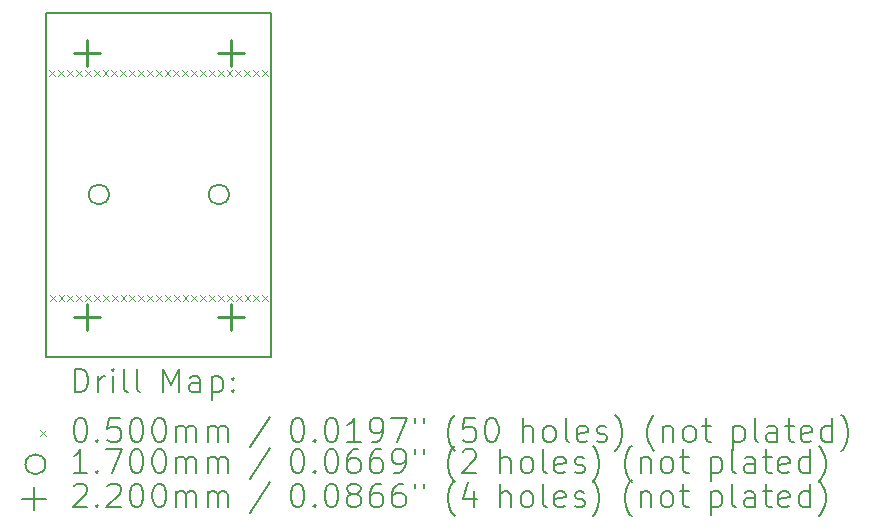
<source format=gbr>
%TF.GenerationSoftware,KiCad,Pcbnew,(7.0.0)*%
%TF.CreationDate,2023-03-27T06:13:09-05:00*%
%TF.ProjectId,he-sensor-breakout,68652d73-656e-4736-9f72-2d627265616b,rev?*%
%TF.SameCoordinates,Original*%
%TF.FileFunction,Drillmap*%
%TF.FilePolarity,Positive*%
%FSLAX45Y45*%
G04 Gerber Fmt 4.5, Leading zero omitted, Abs format (unit mm)*
G04 Created by KiCad (PCBNEW (7.0.0)) date 2023-03-27 06:13:09*
%MOMM*%
%LPD*%
G01*
G04 APERTURE LIST*
%ADD10C,0.150000*%
%ADD11C,0.200000*%
%ADD12C,0.050000*%
%ADD13C,0.170000*%
%ADD14C,0.220000*%
G04 APERTURE END LIST*
D10*
X9047500Y-8547500D02*
X10952500Y-8547500D01*
X10952500Y-8547500D02*
X10952500Y-11452500D01*
X10952500Y-11452500D02*
X9047500Y-11452500D01*
X9047500Y-11452500D02*
X9047500Y-8547500D01*
D11*
D12*
X9072460Y-9022500D02*
X9122460Y-9072500D01*
X9122460Y-9022500D02*
X9072460Y-9072500D01*
X9075000Y-10927500D02*
X9125000Y-10977500D01*
X9125000Y-10927500D02*
X9075000Y-10977500D01*
X9147460Y-9022500D02*
X9197460Y-9072500D01*
X9197460Y-9022500D02*
X9147460Y-9072500D01*
X9150000Y-10927500D02*
X9200000Y-10977500D01*
X9200000Y-10927500D02*
X9150000Y-10977500D01*
X9222460Y-9022500D02*
X9272460Y-9072500D01*
X9272460Y-9022500D02*
X9222460Y-9072500D01*
X9225000Y-10927500D02*
X9275000Y-10977500D01*
X9275000Y-10927500D02*
X9225000Y-10977500D01*
X9297460Y-9022500D02*
X9347460Y-9072500D01*
X9347460Y-9022500D02*
X9297460Y-9072500D01*
X9300000Y-10927500D02*
X9350000Y-10977500D01*
X9350000Y-10927500D02*
X9300000Y-10977500D01*
X9372460Y-9022500D02*
X9422460Y-9072500D01*
X9422460Y-9022500D02*
X9372460Y-9072500D01*
X9375000Y-10927500D02*
X9425000Y-10977500D01*
X9425000Y-10927500D02*
X9375000Y-10977500D01*
X9447460Y-9022500D02*
X9497460Y-9072500D01*
X9497460Y-9022500D02*
X9447460Y-9072500D01*
X9450000Y-10927500D02*
X9500000Y-10977500D01*
X9500000Y-10927500D02*
X9450000Y-10977500D01*
X9522460Y-9022500D02*
X9572460Y-9072500D01*
X9572460Y-9022500D02*
X9522460Y-9072500D01*
X9525000Y-10927500D02*
X9575000Y-10977500D01*
X9575000Y-10927500D02*
X9525000Y-10977500D01*
X9597460Y-9022500D02*
X9647460Y-9072500D01*
X9647460Y-9022500D02*
X9597460Y-9072500D01*
X9600000Y-10927500D02*
X9650000Y-10977500D01*
X9650000Y-10927500D02*
X9600000Y-10977500D01*
X9672460Y-9022500D02*
X9722460Y-9072500D01*
X9722460Y-9022500D02*
X9672460Y-9072500D01*
X9675000Y-10927500D02*
X9725000Y-10977500D01*
X9725000Y-10927500D02*
X9675000Y-10977500D01*
X9747460Y-9022500D02*
X9797460Y-9072500D01*
X9797460Y-9022500D02*
X9747460Y-9072500D01*
X9750000Y-10927500D02*
X9800000Y-10977500D01*
X9800000Y-10927500D02*
X9750000Y-10977500D01*
X9822460Y-9022500D02*
X9872460Y-9072500D01*
X9872460Y-9022500D02*
X9822460Y-9072500D01*
X9825000Y-10927500D02*
X9875000Y-10977500D01*
X9875000Y-10927500D02*
X9825000Y-10977500D01*
X9897460Y-9022500D02*
X9947460Y-9072500D01*
X9947460Y-9022500D02*
X9897460Y-9072500D01*
X9900000Y-10927500D02*
X9950000Y-10977500D01*
X9950000Y-10927500D02*
X9900000Y-10977500D01*
X9972460Y-9022500D02*
X10022460Y-9072500D01*
X10022460Y-9022500D02*
X9972460Y-9072500D01*
X9975000Y-10927500D02*
X10025000Y-10977500D01*
X10025000Y-10927500D02*
X9975000Y-10977500D01*
X10047460Y-9022500D02*
X10097460Y-9072500D01*
X10097460Y-9022500D02*
X10047460Y-9072500D01*
X10050000Y-10927500D02*
X10100000Y-10977500D01*
X10100000Y-10927500D02*
X10050000Y-10977500D01*
X10122460Y-9022500D02*
X10172460Y-9072500D01*
X10172460Y-9022500D02*
X10122460Y-9072500D01*
X10125000Y-10927500D02*
X10175000Y-10977500D01*
X10175000Y-10927500D02*
X10125000Y-10977500D01*
X10197460Y-9022500D02*
X10247460Y-9072500D01*
X10247460Y-9022500D02*
X10197460Y-9072500D01*
X10200000Y-10927500D02*
X10250000Y-10977500D01*
X10250000Y-10927500D02*
X10200000Y-10977500D01*
X10272460Y-9022500D02*
X10322460Y-9072500D01*
X10322460Y-9022500D02*
X10272460Y-9072500D01*
X10275000Y-10927500D02*
X10325000Y-10977500D01*
X10325000Y-10927500D02*
X10275000Y-10977500D01*
X10347460Y-9022500D02*
X10397460Y-9072500D01*
X10397460Y-9022500D02*
X10347460Y-9072500D01*
X10350000Y-10927500D02*
X10400000Y-10977500D01*
X10400000Y-10927500D02*
X10350000Y-10977500D01*
X10422460Y-9022500D02*
X10472460Y-9072500D01*
X10472460Y-9022500D02*
X10422460Y-9072500D01*
X10425000Y-10927500D02*
X10475000Y-10977500D01*
X10475000Y-10927500D02*
X10425000Y-10977500D01*
X10497460Y-9022500D02*
X10547460Y-9072500D01*
X10547460Y-9022500D02*
X10497460Y-9072500D01*
X10500000Y-10927500D02*
X10550000Y-10977500D01*
X10550000Y-10927500D02*
X10500000Y-10977500D01*
X10572460Y-9022500D02*
X10622460Y-9072500D01*
X10622460Y-9022500D02*
X10572460Y-9072500D01*
X10575000Y-10927500D02*
X10625000Y-10977500D01*
X10625000Y-10927500D02*
X10575000Y-10977500D01*
X10647460Y-9022500D02*
X10697460Y-9072500D01*
X10697460Y-9022500D02*
X10647460Y-9072500D01*
X10650000Y-10927500D02*
X10700000Y-10977500D01*
X10700000Y-10927500D02*
X10650000Y-10977500D01*
X10722460Y-9022500D02*
X10772460Y-9072500D01*
X10772460Y-9022500D02*
X10722460Y-9072500D01*
X10725000Y-10927500D02*
X10775000Y-10977500D01*
X10775000Y-10927500D02*
X10725000Y-10977500D01*
X10797460Y-9022500D02*
X10847460Y-9072500D01*
X10847460Y-9022500D02*
X10797460Y-9072500D01*
X10800000Y-10927500D02*
X10850000Y-10977500D01*
X10850000Y-10927500D02*
X10800000Y-10977500D01*
X10872460Y-9022500D02*
X10922460Y-9072500D01*
X10922460Y-9022500D02*
X10872460Y-9072500D01*
X10875000Y-10927500D02*
X10925000Y-10977500D01*
X10925000Y-10927500D02*
X10875000Y-10977500D01*
D13*
X9577000Y-10079375D02*
G75*
G03*
X9577000Y-10079375I-85000J0D01*
G01*
X10593000Y-10079375D02*
G75*
G03*
X10593000Y-10079375I-85000J0D01*
G01*
D14*
X9390400Y-8772400D02*
X9390400Y-8992400D01*
X9280400Y-8882400D02*
X9500400Y-8882400D01*
X9390400Y-11007600D02*
X9390400Y-11227600D01*
X9280400Y-11117600D02*
X9500400Y-11117600D01*
X10609600Y-8772400D02*
X10609600Y-8992400D01*
X10499600Y-8882400D02*
X10719600Y-8882400D01*
X10609600Y-11007600D02*
X10609600Y-11227600D01*
X10499600Y-11117600D02*
X10719600Y-11117600D01*
D11*
X9287619Y-11753476D02*
X9287619Y-11553476D01*
X9287619Y-11553476D02*
X9335238Y-11553476D01*
X9335238Y-11553476D02*
X9363810Y-11563000D01*
X9363810Y-11563000D02*
X9382857Y-11582048D01*
X9382857Y-11582048D02*
X9392381Y-11601095D01*
X9392381Y-11601095D02*
X9401905Y-11639190D01*
X9401905Y-11639190D02*
X9401905Y-11667762D01*
X9401905Y-11667762D02*
X9392381Y-11705857D01*
X9392381Y-11705857D02*
X9382857Y-11724905D01*
X9382857Y-11724905D02*
X9363810Y-11743952D01*
X9363810Y-11743952D02*
X9335238Y-11753476D01*
X9335238Y-11753476D02*
X9287619Y-11753476D01*
X9487619Y-11753476D02*
X9487619Y-11620143D01*
X9487619Y-11658238D02*
X9497143Y-11639190D01*
X9497143Y-11639190D02*
X9506667Y-11629667D01*
X9506667Y-11629667D02*
X9525714Y-11620143D01*
X9525714Y-11620143D02*
X9544762Y-11620143D01*
X9611429Y-11753476D02*
X9611429Y-11620143D01*
X9611429Y-11553476D02*
X9601905Y-11563000D01*
X9601905Y-11563000D02*
X9611429Y-11572524D01*
X9611429Y-11572524D02*
X9620952Y-11563000D01*
X9620952Y-11563000D02*
X9611429Y-11553476D01*
X9611429Y-11553476D02*
X9611429Y-11572524D01*
X9735238Y-11753476D02*
X9716190Y-11743952D01*
X9716190Y-11743952D02*
X9706667Y-11724905D01*
X9706667Y-11724905D02*
X9706667Y-11553476D01*
X9840000Y-11753476D02*
X9820952Y-11743952D01*
X9820952Y-11743952D02*
X9811429Y-11724905D01*
X9811429Y-11724905D02*
X9811429Y-11553476D01*
X10036190Y-11753476D02*
X10036190Y-11553476D01*
X10036190Y-11553476D02*
X10102857Y-11696333D01*
X10102857Y-11696333D02*
X10169524Y-11553476D01*
X10169524Y-11553476D02*
X10169524Y-11753476D01*
X10350476Y-11753476D02*
X10350476Y-11648714D01*
X10350476Y-11648714D02*
X10340952Y-11629667D01*
X10340952Y-11629667D02*
X10321905Y-11620143D01*
X10321905Y-11620143D02*
X10283809Y-11620143D01*
X10283809Y-11620143D02*
X10264762Y-11629667D01*
X10350476Y-11743952D02*
X10331429Y-11753476D01*
X10331429Y-11753476D02*
X10283809Y-11753476D01*
X10283809Y-11753476D02*
X10264762Y-11743952D01*
X10264762Y-11743952D02*
X10255238Y-11724905D01*
X10255238Y-11724905D02*
X10255238Y-11705857D01*
X10255238Y-11705857D02*
X10264762Y-11686809D01*
X10264762Y-11686809D02*
X10283809Y-11677286D01*
X10283809Y-11677286D02*
X10331429Y-11677286D01*
X10331429Y-11677286D02*
X10350476Y-11667762D01*
X10445714Y-11620143D02*
X10445714Y-11820143D01*
X10445714Y-11629667D02*
X10464762Y-11620143D01*
X10464762Y-11620143D02*
X10502857Y-11620143D01*
X10502857Y-11620143D02*
X10521905Y-11629667D01*
X10521905Y-11629667D02*
X10531429Y-11639190D01*
X10531429Y-11639190D02*
X10540952Y-11658238D01*
X10540952Y-11658238D02*
X10540952Y-11715381D01*
X10540952Y-11715381D02*
X10531429Y-11734428D01*
X10531429Y-11734428D02*
X10521905Y-11743952D01*
X10521905Y-11743952D02*
X10502857Y-11753476D01*
X10502857Y-11753476D02*
X10464762Y-11753476D01*
X10464762Y-11753476D02*
X10445714Y-11743952D01*
X10626667Y-11734428D02*
X10636190Y-11743952D01*
X10636190Y-11743952D02*
X10626667Y-11753476D01*
X10626667Y-11753476D02*
X10617143Y-11743952D01*
X10617143Y-11743952D02*
X10626667Y-11734428D01*
X10626667Y-11734428D02*
X10626667Y-11753476D01*
X10626667Y-11629667D02*
X10636190Y-11639190D01*
X10636190Y-11639190D02*
X10626667Y-11648714D01*
X10626667Y-11648714D02*
X10617143Y-11639190D01*
X10617143Y-11639190D02*
X10626667Y-11629667D01*
X10626667Y-11629667D02*
X10626667Y-11648714D01*
D12*
X8990000Y-12075000D02*
X9040000Y-12125000D01*
X9040000Y-12075000D02*
X8990000Y-12125000D01*
D11*
X9325714Y-11973476D02*
X9344762Y-11973476D01*
X9344762Y-11973476D02*
X9363810Y-11983000D01*
X9363810Y-11983000D02*
X9373333Y-11992524D01*
X9373333Y-11992524D02*
X9382857Y-12011571D01*
X9382857Y-12011571D02*
X9392381Y-12049667D01*
X9392381Y-12049667D02*
X9392381Y-12097286D01*
X9392381Y-12097286D02*
X9382857Y-12135381D01*
X9382857Y-12135381D02*
X9373333Y-12154428D01*
X9373333Y-12154428D02*
X9363810Y-12163952D01*
X9363810Y-12163952D02*
X9344762Y-12173476D01*
X9344762Y-12173476D02*
X9325714Y-12173476D01*
X9325714Y-12173476D02*
X9306667Y-12163952D01*
X9306667Y-12163952D02*
X9297143Y-12154428D01*
X9297143Y-12154428D02*
X9287619Y-12135381D01*
X9287619Y-12135381D02*
X9278095Y-12097286D01*
X9278095Y-12097286D02*
X9278095Y-12049667D01*
X9278095Y-12049667D02*
X9287619Y-12011571D01*
X9287619Y-12011571D02*
X9297143Y-11992524D01*
X9297143Y-11992524D02*
X9306667Y-11983000D01*
X9306667Y-11983000D02*
X9325714Y-11973476D01*
X9478095Y-12154428D02*
X9487619Y-12163952D01*
X9487619Y-12163952D02*
X9478095Y-12173476D01*
X9478095Y-12173476D02*
X9468571Y-12163952D01*
X9468571Y-12163952D02*
X9478095Y-12154428D01*
X9478095Y-12154428D02*
X9478095Y-12173476D01*
X9668571Y-11973476D02*
X9573333Y-11973476D01*
X9573333Y-11973476D02*
X9563810Y-12068714D01*
X9563810Y-12068714D02*
X9573333Y-12059190D01*
X9573333Y-12059190D02*
X9592381Y-12049667D01*
X9592381Y-12049667D02*
X9640000Y-12049667D01*
X9640000Y-12049667D02*
X9659048Y-12059190D01*
X9659048Y-12059190D02*
X9668571Y-12068714D01*
X9668571Y-12068714D02*
X9678095Y-12087762D01*
X9678095Y-12087762D02*
X9678095Y-12135381D01*
X9678095Y-12135381D02*
X9668571Y-12154428D01*
X9668571Y-12154428D02*
X9659048Y-12163952D01*
X9659048Y-12163952D02*
X9640000Y-12173476D01*
X9640000Y-12173476D02*
X9592381Y-12173476D01*
X9592381Y-12173476D02*
X9573333Y-12163952D01*
X9573333Y-12163952D02*
X9563810Y-12154428D01*
X9801905Y-11973476D02*
X9820952Y-11973476D01*
X9820952Y-11973476D02*
X9840000Y-11983000D01*
X9840000Y-11983000D02*
X9849524Y-11992524D01*
X9849524Y-11992524D02*
X9859048Y-12011571D01*
X9859048Y-12011571D02*
X9868571Y-12049667D01*
X9868571Y-12049667D02*
X9868571Y-12097286D01*
X9868571Y-12097286D02*
X9859048Y-12135381D01*
X9859048Y-12135381D02*
X9849524Y-12154428D01*
X9849524Y-12154428D02*
X9840000Y-12163952D01*
X9840000Y-12163952D02*
X9820952Y-12173476D01*
X9820952Y-12173476D02*
X9801905Y-12173476D01*
X9801905Y-12173476D02*
X9782857Y-12163952D01*
X9782857Y-12163952D02*
X9773333Y-12154428D01*
X9773333Y-12154428D02*
X9763810Y-12135381D01*
X9763810Y-12135381D02*
X9754286Y-12097286D01*
X9754286Y-12097286D02*
X9754286Y-12049667D01*
X9754286Y-12049667D02*
X9763810Y-12011571D01*
X9763810Y-12011571D02*
X9773333Y-11992524D01*
X9773333Y-11992524D02*
X9782857Y-11983000D01*
X9782857Y-11983000D02*
X9801905Y-11973476D01*
X9992381Y-11973476D02*
X10011429Y-11973476D01*
X10011429Y-11973476D02*
X10030476Y-11983000D01*
X10030476Y-11983000D02*
X10040000Y-11992524D01*
X10040000Y-11992524D02*
X10049524Y-12011571D01*
X10049524Y-12011571D02*
X10059048Y-12049667D01*
X10059048Y-12049667D02*
X10059048Y-12097286D01*
X10059048Y-12097286D02*
X10049524Y-12135381D01*
X10049524Y-12135381D02*
X10040000Y-12154428D01*
X10040000Y-12154428D02*
X10030476Y-12163952D01*
X10030476Y-12163952D02*
X10011429Y-12173476D01*
X10011429Y-12173476D02*
X9992381Y-12173476D01*
X9992381Y-12173476D02*
X9973333Y-12163952D01*
X9973333Y-12163952D02*
X9963810Y-12154428D01*
X9963810Y-12154428D02*
X9954286Y-12135381D01*
X9954286Y-12135381D02*
X9944762Y-12097286D01*
X9944762Y-12097286D02*
X9944762Y-12049667D01*
X9944762Y-12049667D02*
X9954286Y-12011571D01*
X9954286Y-12011571D02*
X9963810Y-11992524D01*
X9963810Y-11992524D02*
X9973333Y-11983000D01*
X9973333Y-11983000D02*
X9992381Y-11973476D01*
X10144762Y-12173476D02*
X10144762Y-12040143D01*
X10144762Y-12059190D02*
X10154286Y-12049667D01*
X10154286Y-12049667D02*
X10173333Y-12040143D01*
X10173333Y-12040143D02*
X10201905Y-12040143D01*
X10201905Y-12040143D02*
X10220952Y-12049667D01*
X10220952Y-12049667D02*
X10230476Y-12068714D01*
X10230476Y-12068714D02*
X10230476Y-12173476D01*
X10230476Y-12068714D02*
X10240000Y-12049667D01*
X10240000Y-12049667D02*
X10259048Y-12040143D01*
X10259048Y-12040143D02*
X10287619Y-12040143D01*
X10287619Y-12040143D02*
X10306667Y-12049667D01*
X10306667Y-12049667D02*
X10316191Y-12068714D01*
X10316191Y-12068714D02*
X10316191Y-12173476D01*
X10411429Y-12173476D02*
X10411429Y-12040143D01*
X10411429Y-12059190D02*
X10420952Y-12049667D01*
X10420952Y-12049667D02*
X10440000Y-12040143D01*
X10440000Y-12040143D02*
X10468572Y-12040143D01*
X10468572Y-12040143D02*
X10487619Y-12049667D01*
X10487619Y-12049667D02*
X10497143Y-12068714D01*
X10497143Y-12068714D02*
X10497143Y-12173476D01*
X10497143Y-12068714D02*
X10506667Y-12049667D01*
X10506667Y-12049667D02*
X10525714Y-12040143D01*
X10525714Y-12040143D02*
X10554286Y-12040143D01*
X10554286Y-12040143D02*
X10573333Y-12049667D01*
X10573333Y-12049667D02*
X10582857Y-12068714D01*
X10582857Y-12068714D02*
X10582857Y-12173476D01*
X10940952Y-11963952D02*
X10769524Y-12221095D01*
X11165714Y-11973476D02*
X11184762Y-11973476D01*
X11184762Y-11973476D02*
X11203810Y-11983000D01*
X11203810Y-11983000D02*
X11213333Y-11992524D01*
X11213333Y-11992524D02*
X11222857Y-12011571D01*
X11222857Y-12011571D02*
X11232381Y-12049667D01*
X11232381Y-12049667D02*
X11232381Y-12097286D01*
X11232381Y-12097286D02*
X11222857Y-12135381D01*
X11222857Y-12135381D02*
X11213333Y-12154428D01*
X11213333Y-12154428D02*
X11203810Y-12163952D01*
X11203810Y-12163952D02*
X11184762Y-12173476D01*
X11184762Y-12173476D02*
X11165714Y-12173476D01*
X11165714Y-12173476D02*
X11146667Y-12163952D01*
X11146667Y-12163952D02*
X11137143Y-12154428D01*
X11137143Y-12154428D02*
X11127619Y-12135381D01*
X11127619Y-12135381D02*
X11118095Y-12097286D01*
X11118095Y-12097286D02*
X11118095Y-12049667D01*
X11118095Y-12049667D02*
X11127619Y-12011571D01*
X11127619Y-12011571D02*
X11137143Y-11992524D01*
X11137143Y-11992524D02*
X11146667Y-11983000D01*
X11146667Y-11983000D02*
X11165714Y-11973476D01*
X11318095Y-12154428D02*
X11327619Y-12163952D01*
X11327619Y-12163952D02*
X11318095Y-12173476D01*
X11318095Y-12173476D02*
X11308571Y-12163952D01*
X11308571Y-12163952D02*
X11318095Y-12154428D01*
X11318095Y-12154428D02*
X11318095Y-12173476D01*
X11451429Y-11973476D02*
X11470476Y-11973476D01*
X11470476Y-11973476D02*
X11489524Y-11983000D01*
X11489524Y-11983000D02*
X11499048Y-11992524D01*
X11499048Y-11992524D02*
X11508571Y-12011571D01*
X11508571Y-12011571D02*
X11518095Y-12049667D01*
X11518095Y-12049667D02*
X11518095Y-12097286D01*
X11518095Y-12097286D02*
X11508571Y-12135381D01*
X11508571Y-12135381D02*
X11499048Y-12154428D01*
X11499048Y-12154428D02*
X11489524Y-12163952D01*
X11489524Y-12163952D02*
X11470476Y-12173476D01*
X11470476Y-12173476D02*
X11451429Y-12173476D01*
X11451429Y-12173476D02*
X11432381Y-12163952D01*
X11432381Y-12163952D02*
X11422857Y-12154428D01*
X11422857Y-12154428D02*
X11413333Y-12135381D01*
X11413333Y-12135381D02*
X11403810Y-12097286D01*
X11403810Y-12097286D02*
X11403810Y-12049667D01*
X11403810Y-12049667D02*
X11413333Y-12011571D01*
X11413333Y-12011571D02*
X11422857Y-11992524D01*
X11422857Y-11992524D02*
X11432381Y-11983000D01*
X11432381Y-11983000D02*
X11451429Y-11973476D01*
X11708571Y-12173476D02*
X11594286Y-12173476D01*
X11651429Y-12173476D02*
X11651429Y-11973476D01*
X11651429Y-11973476D02*
X11632381Y-12002048D01*
X11632381Y-12002048D02*
X11613333Y-12021095D01*
X11613333Y-12021095D02*
X11594286Y-12030619D01*
X11803810Y-12173476D02*
X11841905Y-12173476D01*
X11841905Y-12173476D02*
X11860952Y-12163952D01*
X11860952Y-12163952D02*
X11870476Y-12154428D01*
X11870476Y-12154428D02*
X11889524Y-12125857D01*
X11889524Y-12125857D02*
X11899048Y-12087762D01*
X11899048Y-12087762D02*
X11899048Y-12011571D01*
X11899048Y-12011571D02*
X11889524Y-11992524D01*
X11889524Y-11992524D02*
X11880000Y-11983000D01*
X11880000Y-11983000D02*
X11860952Y-11973476D01*
X11860952Y-11973476D02*
X11822857Y-11973476D01*
X11822857Y-11973476D02*
X11803810Y-11983000D01*
X11803810Y-11983000D02*
X11794286Y-11992524D01*
X11794286Y-11992524D02*
X11784762Y-12011571D01*
X11784762Y-12011571D02*
X11784762Y-12059190D01*
X11784762Y-12059190D02*
X11794286Y-12078238D01*
X11794286Y-12078238D02*
X11803810Y-12087762D01*
X11803810Y-12087762D02*
X11822857Y-12097286D01*
X11822857Y-12097286D02*
X11860952Y-12097286D01*
X11860952Y-12097286D02*
X11880000Y-12087762D01*
X11880000Y-12087762D02*
X11889524Y-12078238D01*
X11889524Y-12078238D02*
X11899048Y-12059190D01*
X11965714Y-11973476D02*
X12099048Y-11973476D01*
X12099048Y-11973476D02*
X12013333Y-12173476D01*
X12165714Y-11973476D02*
X12165714Y-12011571D01*
X12241905Y-11973476D02*
X12241905Y-12011571D01*
X12504762Y-12249667D02*
X12495238Y-12240143D01*
X12495238Y-12240143D02*
X12476191Y-12211571D01*
X12476191Y-12211571D02*
X12466667Y-12192524D01*
X12466667Y-12192524D02*
X12457143Y-12163952D01*
X12457143Y-12163952D02*
X12447619Y-12116333D01*
X12447619Y-12116333D02*
X12447619Y-12078238D01*
X12447619Y-12078238D02*
X12457143Y-12030619D01*
X12457143Y-12030619D02*
X12466667Y-12002048D01*
X12466667Y-12002048D02*
X12476191Y-11983000D01*
X12476191Y-11983000D02*
X12495238Y-11954428D01*
X12495238Y-11954428D02*
X12504762Y-11944905D01*
X12676191Y-11973476D02*
X12580952Y-11973476D01*
X12580952Y-11973476D02*
X12571429Y-12068714D01*
X12571429Y-12068714D02*
X12580952Y-12059190D01*
X12580952Y-12059190D02*
X12600000Y-12049667D01*
X12600000Y-12049667D02*
X12647619Y-12049667D01*
X12647619Y-12049667D02*
X12666667Y-12059190D01*
X12666667Y-12059190D02*
X12676191Y-12068714D01*
X12676191Y-12068714D02*
X12685714Y-12087762D01*
X12685714Y-12087762D02*
X12685714Y-12135381D01*
X12685714Y-12135381D02*
X12676191Y-12154428D01*
X12676191Y-12154428D02*
X12666667Y-12163952D01*
X12666667Y-12163952D02*
X12647619Y-12173476D01*
X12647619Y-12173476D02*
X12600000Y-12173476D01*
X12600000Y-12173476D02*
X12580952Y-12163952D01*
X12580952Y-12163952D02*
X12571429Y-12154428D01*
X12809524Y-11973476D02*
X12828572Y-11973476D01*
X12828572Y-11973476D02*
X12847619Y-11983000D01*
X12847619Y-11983000D02*
X12857143Y-11992524D01*
X12857143Y-11992524D02*
X12866667Y-12011571D01*
X12866667Y-12011571D02*
X12876191Y-12049667D01*
X12876191Y-12049667D02*
X12876191Y-12097286D01*
X12876191Y-12097286D02*
X12866667Y-12135381D01*
X12866667Y-12135381D02*
X12857143Y-12154428D01*
X12857143Y-12154428D02*
X12847619Y-12163952D01*
X12847619Y-12163952D02*
X12828572Y-12173476D01*
X12828572Y-12173476D02*
X12809524Y-12173476D01*
X12809524Y-12173476D02*
X12790476Y-12163952D01*
X12790476Y-12163952D02*
X12780952Y-12154428D01*
X12780952Y-12154428D02*
X12771429Y-12135381D01*
X12771429Y-12135381D02*
X12761905Y-12097286D01*
X12761905Y-12097286D02*
X12761905Y-12049667D01*
X12761905Y-12049667D02*
X12771429Y-12011571D01*
X12771429Y-12011571D02*
X12780952Y-11992524D01*
X12780952Y-11992524D02*
X12790476Y-11983000D01*
X12790476Y-11983000D02*
X12809524Y-11973476D01*
X13081905Y-12173476D02*
X13081905Y-11973476D01*
X13167619Y-12173476D02*
X13167619Y-12068714D01*
X13167619Y-12068714D02*
X13158095Y-12049667D01*
X13158095Y-12049667D02*
X13139048Y-12040143D01*
X13139048Y-12040143D02*
X13110476Y-12040143D01*
X13110476Y-12040143D02*
X13091429Y-12049667D01*
X13091429Y-12049667D02*
X13081905Y-12059190D01*
X13291429Y-12173476D02*
X13272381Y-12163952D01*
X13272381Y-12163952D02*
X13262857Y-12154428D01*
X13262857Y-12154428D02*
X13253333Y-12135381D01*
X13253333Y-12135381D02*
X13253333Y-12078238D01*
X13253333Y-12078238D02*
X13262857Y-12059190D01*
X13262857Y-12059190D02*
X13272381Y-12049667D01*
X13272381Y-12049667D02*
X13291429Y-12040143D01*
X13291429Y-12040143D02*
X13320000Y-12040143D01*
X13320000Y-12040143D02*
X13339048Y-12049667D01*
X13339048Y-12049667D02*
X13348572Y-12059190D01*
X13348572Y-12059190D02*
X13358095Y-12078238D01*
X13358095Y-12078238D02*
X13358095Y-12135381D01*
X13358095Y-12135381D02*
X13348572Y-12154428D01*
X13348572Y-12154428D02*
X13339048Y-12163952D01*
X13339048Y-12163952D02*
X13320000Y-12173476D01*
X13320000Y-12173476D02*
X13291429Y-12173476D01*
X13472381Y-12173476D02*
X13453333Y-12163952D01*
X13453333Y-12163952D02*
X13443810Y-12144905D01*
X13443810Y-12144905D02*
X13443810Y-11973476D01*
X13624762Y-12163952D02*
X13605714Y-12173476D01*
X13605714Y-12173476D02*
X13567619Y-12173476D01*
X13567619Y-12173476D02*
X13548572Y-12163952D01*
X13548572Y-12163952D02*
X13539048Y-12144905D01*
X13539048Y-12144905D02*
X13539048Y-12068714D01*
X13539048Y-12068714D02*
X13548572Y-12049667D01*
X13548572Y-12049667D02*
X13567619Y-12040143D01*
X13567619Y-12040143D02*
X13605714Y-12040143D01*
X13605714Y-12040143D02*
X13624762Y-12049667D01*
X13624762Y-12049667D02*
X13634286Y-12068714D01*
X13634286Y-12068714D02*
X13634286Y-12087762D01*
X13634286Y-12087762D02*
X13539048Y-12106809D01*
X13710476Y-12163952D02*
X13729524Y-12173476D01*
X13729524Y-12173476D02*
X13767619Y-12173476D01*
X13767619Y-12173476D02*
X13786667Y-12163952D01*
X13786667Y-12163952D02*
X13796191Y-12144905D01*
X13796191Y-12144905D02*
X13796191Y-12135381D01*
X13796191Y-12135381D02*
X13786667Y-12116333D01*
X13786667Y-12116333D02*
X13767619Y-12106809D01*
X13767619Y-12106809D02*
X13739048Y-12106809D01*
X13739048Y-12106809D02*
X13720000Y-12097286D01*
X13720000Y-12097286D02*
X13710476Y-12078238D01*
X13710476Y-12078238D02*
X13710476Y-12068714D01*
X13710476Y-12068714D02*
X13720000Y-12049667D01*
X13720000Y-12049667D02*
X13739048Y-12040143D01*
X13739048Y-12040143D02*
X13767619Y-12040143D01*
X13767619Y-12040143D02*
X13786667Y-12049667D01*
X13862857Y-12249667D02*
X13872381Y-12240143D01*
X13872381Y-12240143D02*
X13891429Y-12211571D01*
X13891429Y-12211571D02*
X13900953Y-12192524D01*
X13900953Y-12192524D02*
X13910476Y-12163952D01*
X13910476Y-12163952D02*
X13920000Y-12116333D01*
X13920000Y-12116333D02*
X13920000Y-12078238D01*
X13920000Y-12078238D02*
X13910476Y-12030619D01*
X13910476Y-12030619D02*
X13900953Y-12002048D01*
X13900953Y-12002048D02*
X13891429Y-11983000D01*
X13891429Y-11983000D02*
X13872381Y-11954428D01*
X13872381Y-11954428D02*
X13862857Y-11944905D01*
X14192381Y-12249667D02*
X14182857Y-12240143D01*
X14182857Y-12240143D02*
X14163810Y-12211571D01*
X14163810Y-12211571D02*
X14154286Y-12192524D01*
X14154286Y-12192524D02*
X14144762Y-12163952D01*
X14144762Y-12163952D02*
X14135238Y-12116333D01*
X14135238Y-12116333D02*
X14135238Y-12078238D01*
X14135238Y-12078238D02*
X14144762Y-12030619D01*
X14144762Y-12030619D02*
X14154286Y-12002048D01*
X14154286Y-12002048D02*
X14163810Y-11983000D01*
X14163810Y-11983000D02*
X14182857Y-11954428D01*
X14182857Y-11954428D02*
X14192381Y-11944905D01*
X14268572Y-12040143D02*
X14268572Y-12173476D01*
X14268572Y-12059190D02*
X14278095Y-12049667D01*
X14278095Y-12049667D02*
X14297143Y-12040143D01*
X14297143Y-12040143D02*
X14325714Y-12040143D01*
X14325714Y-12040143D02*
X14344762Y-12049667D01*
X14344762Y-12049667D02*
X14354286Y-12068714D01*
X14354286Y-12068714D02*
X14354286Y-12173476D01*
X14478095Y-12173476D02*
X14459048Y-12163952D01*
X14459048Y-12163952D02*
X14449524Y-12154428D01*
X14449524Y-12154428D02*
X14440000Y-12135381D01*
X14440000Y-12135381D02*
X14440000Y-12078238D01*
X14440000Y-12078238D02*
X14449524Y-12059190D01*
X14449524Y-12059190D02*
X14459048Y-12049667D01*
X14459048Y-12049667D02*
X14478095Y-12040143D01*
X14478095Y-12040143D02*
X14506667Y-12040143D01*
X14506667Y-12040143D02*
X14525714Y-12049667D01*
X14525714Y-12049667D02*
X14535238Y-12059190D01*
X14535238Y-12059190D02*
X14544762Y-12078238D01*
X14544762Y-12078238D02*
X14544762Y-12135381D01*
X14544762Y-12135381D02*
X14535238Y-12154428D01*
X14535238Y-12154428D02*
X14525714Y-12163952D01*
X14525714Y-12163952D02*
X14506667Y-12173476D01*
X14506667Y-12173476D02*
X14478095Y-12173476D01*
X14601905Y-12040143D02*
X14678095Y-12040143D01*
X14630476Y-11973476D02*
X14630476Y-12144905D01*
X14630476Y-12144905D02*
X14640000Y-12163952D01*
X14640000Y-12163952D02*
X14659048Y-12173476D01*
X14659048Y-12173476D02*
X14678095Y-12173476D01*
X14864762Y-12040143D02*
X14864762Y-12240143D01*
X14864762Y-12049667D02*
X14883810Y-12040143D01*
X14883810Y-12040143D02*
X14921905Y-12040143D01*
X14921905Y-12040143D02*
X14940953Y-12049667D01*
X14940953Y-12049667D02*
X14950476Y-12059190D01*
X14950476Y-12059190D02*
X14960000Y-12078238D01*
X14960000Y-12078238D02*
X14960000Y-12135381D01*
X14960000Y-12135381D02*
X14950476Y-12154428D01*
X14950476Y-12154428D02*
X14940953Y-12163952D01*
X14940953Y-12163952D02*
X14921905Y-12173476D01*
X14921905Y-12173476D02*
X14883810Y-12173476D01*
X14883810Y-12173476D02*
X14864762Y-12163952D01*
X15074286Y-12173476D02*
X15055238Y-12163952D01*
X15055238Y-12163952D02*
X15045714Y-12144905D01*
X15045714Y-12144905D02*
X15045714Y-11973476D01*
X15236191Y-12173476D02*
X15236191Y-12068714D01*
X15236191Y-12068714D02*
X15226667Y-12049667D01*
X15226667Y-12049667D02*
X15207619Y-12040143D01*
X15207619Y-12040143D02*
X15169524Y-12040143D01*
X15169524Y-12040143D02*
X15150476Y-12049667D01*
X15236191Y-12163952D02*
X15217143Y-12173476D01*
X15217143Y-12173476D02*
X15169524Y-12173476D01*
X15169524Y-12173476D02*
X15150476Y-12163952D01*
X15150476Y-12163952D02*
X15140953Y-12144905D01*
X15140953Y-12144905D02*
X15140953Y-12125857D01*
X15140953Y-12125857D02*
X15150476Y-12106809D01*
X15150476Y-12106809D02*
X15169524Y-12097286D01*
X15169524Y-12097286D02*
X15217143Y-12097286D01*
X15217143Y-12097286D02*
X15236191Y-12087762D01*
X15302857Y-12040143D02*
X15379048Y-12040143D01*
X15331429Y-11973476D02*
X15331429Y-12144905D01*
X15331429Y-12144905D02*
X15340953Y-12163952D01*
X15340953Y-12163952D02*
X15360000Y-12173476D01*
X15360000Y-12173476D02*
X15379048Y-12173476D01*
X15521905Y-12163952D02*
X15502857Y-12173476D01*
X15502857Y-12173476D02*
X15464762Y-12173476D01*
X15464762Y-12173476D02*
X15445714Y-12163952D01*
X15445714Y-12163952D02*
X15436191Y-12144905D01*
X15436191Y-12144905D02*
X15436191Y-12068714D01*
X15436191Y-12068714D02*
X15445714Y-12049667D01*
X15445714Y-12049667D02*
X15464762Y-12040143D01*
X15464762Y-12040143D02*
X15502857Y-12040143D01*
X15502857Y-12040143D02*
X15521905Y-12049667D01*
X15521905Y-12049667D02*
X15531429Y-12068714D01*
X15531429Y-12068714D02*
X15531429Y-12087762D01*
X15531429Y-12087762D02*
X15436191Y-12106809D01*
X15702857Y-12173476D02*
X15702857Y-11973476D01*
X15702857Y-12163952D02*
X15683810Y-12173476D01*
X15683810Y-12173476D02*
X15645714Y-12173476D01*
X15645714Y-12173476D02*
X15626667Y-12163952D01*
X15626667Y-12163952D02*
X15617143Y-12154428D01*
X15617143Y-12154428D02*
X15607619Y-12135381D01*
X15607619Y-12135381D02*
X15607619Y-12078238D01*
X15607619Y-12078238D02*
X15617143Y-12059190D01*
X15617143Y-12059190D02*
X15626667Y-12049667D01*
X15626667Y-12049667D02*
X15645714Y-12040143D01*
X15645714Y-12040143D02*
X15683810Y-12040143D01*
X15683810Y-12040143D02*
X15702857Y-12049667D01*
X15779048Y-12249667D02*
X15788572Y-12240143D01*
X15788572Y-12240143D02*
X15807619Y-12211571D01*
X15807619Y-12211571D02*
X15817143Y-12192524D01*
X15817143Y-12192524D02*
X15826667Y-12163952D01*
X15826667Y-12163952D02*
X15836191Y-12116333D01*
X15836191Y-12116333D02*
X15836191Y-12078238D01*
X15836191Y-12078238D02*
X15826667Y-12030619D01*
X15826667Y-12030619D02*
X15817143Y-12002048D01*
X15817143Y-12002048D02*
X15807619Y-11983000D01*
X15807619Y-11983000D02*
X15788572Y-11954428D01*
X15788572Y-11954428D02*
X15779048Y-11944905D01*
D13*
X9040000Y-12364000D02*
G75*
G03*
X9040000Y-12364000I-85000J0D01*
G01*
D11*
X9392381Y-12437476D02*
X9278095Y-12437476D01*
X9335238Y-12437476D02*
X9335238Y-12237476D01*
X9335238Y-12237476D02*
X9316190Y-12266048D01*
X9316190Y-12266048D02*
X9297143Y-12285095D01*
X9297143Y-12285095D02*
X9278095Y-12294619D01*
X9478095Y-12418428D02*
X9487619Y-12427952D01*
X9487619Y-12427952D02*
X9478095Y-12437476D01*
X9478095Y-12437476D02*
X9468571Y-12427952D01*
X9468571Y-12427952D02*
X9478095Y-12418428D01*
X9478095Y-12418428D02*
X9478095Y-12437476D01*
X9554286Y-12237476D02*
X9687619Y-12237476D01*
X9687619Y-12237476D02*
X9601905Y-12437476D01*
X9801905Y-12237476D02*
X9820952Y-12237476D01*
X9820952Y-12237476D02*
X9840000Y-12247000D01*
X9840000Y-12247000D02*
X9849524Y-12256524D01*
X9849524Y-12256524D02*
X9859048Y-12275571D01*
X9859048Y-12275571D02*
X9868571Y-12313667D01*
X9868571Y-12313667D02*
X9868571Y-12361286D01*
X9868571Y-12361286D02*
X9859048Y-12399381D01*
X9859048Y-12399381D02*
X9849524Y-12418428D01*
X9849524Y-12418428D02*
X9840000Y-12427952D01*
X9840000Y-12427952D02*
X9820952Y-12437476D01*
X9820952Y-12437476D02*
X9801905Y-12437476D01*
X9801905Y-12437476D02*
X9782857Y-12427952D01*
X9782857Y-12427952D02*
X9773333Y-12418428D01*
X9773333Y-12418428D02*
X9763810Y-12399381D01*
X9763810Y-12399381D02*
X9754286Y-12361286D01*
X9754286Y-12361286D02*
X9754286Y-12313667D01*
X9754286Y-12313667D02*
X9763810Y-12275571D01*
X9763810Y-12275571D02*
X9773333Y-12256524D01*
X9773333Y-12256524D02*
X9782857Y-12247000D01*
X9782857Y-12247000D02*
X9801905Y-12237476D01*
X9992381Y-12237476D02*
X10011429Y-12237476D01*
X10011429Y-12237476D02*
X10030476Y-12247000D01*
X10030476Y-12247000D02*
X10040000Y-12256524D01*
X10040000Y-12256524D02*
X10049524Y-12275571D01*
X10049524Y-12275571D02*
X10059048Y-12313667D01*
X10059048Y-12313667D02*
X10059048Y-12361286D01*
X10059048Y-12361286D02*
X10049524Y-12399381D01*
X10049524Y-12399381D02*
X10040000Y-12418428D01*
X10040000Y-12418428D02*
X10030476Y-12427952D01*
X10030476Y-12427952D02*
X10011429Y-12437476D01*
X10011429Y-12437476D02*
X9992381Y-12437476D01*
X9992381Y-12437476D02*
X9973333Y-12427952D01*
X9973333Y-12427952D02*
X9963810Y-12418428D01*
X9963810Y-12418428D02*
X9954286Y-12399381D01*
X9954286Y-12399381D02*
X9944762Y-12361286D01*
X9944762Y-12361286D02*
X9944762Y-12313667D01*
X9944762Y-12313667D02*
X9954286Y-12275571D01*
X9954286Y-12275571D02*
X9963810Y-12256524D01*
X9963810Y-12256524D02*
X9973333Y-12247000D01*
X9973333Y-12247000D02*
X9992381Y-12237476D01*
X10144762Y-12437476D02*
X10144762Y-12304143D01*
X10144762Y-12323190D02*
X10154286Y-12313667D01*
X10154286Y-12313667D02*
X10173333Y-12304143D01*
X10173333Y-12304143D02*
X10201905Y-12304143D01*
X10201905Y-12304143D02*
X10220952Y-12313667D01*
X10220952Y-12313667D02*
X10230476Y-12332714D01*
X10230476Y-12332714D02*
X10230476Y-12437476D01*
X10230476Y-12332714D02*
X10240000Y-12313667D01*
X10240000Y-12313667D02*
X10259048Y-12304143D01*
X10259048Y-12304143D02*
X10287619Y-12304143D01*
X10287619Y-12304143D02*
X10306667Y-12313667D01*
X10306667Y-12313667D02*
X10316191Y-12332714D01*
X10316191Y-12332714D02*
X10316191Y-12437476D01*
X10411429Y-12437476D02*
X10411429Y-12304143D01*
X10411429Y-12323190D02*
X10420952Y-12313667D01*
X10420952Y-12313667D02*
X10440000Y-12304143D01*
X10440000Y-12304143D02*
X10468572Y-12304143D01*
X10468572Y-12304143D02*
X10487619Y-12313667D01*
X10487619Y-12313667D02*
X10497143Y-12332714D01*
X10497143Y-12332714D02*
X10497143Y-12437476D01*
X10497143Y-12332714D02*
X10506667Y-12313667D01*
X10506667Y-12313667D02*
X10525714Y-12304143D01*
X10525714Y-12304143D02*
X10554286Y-12304143D01*
X10554286Y-12304143D02*
X10573333Y-12313667D01*
X10573333Y-12313667D02*
X10582857Y-12332714D01*
X10582857Y-12332714D02*
X10582857Y-12437476D01*
X10940952Y-12227952D02*
X10769524Y-12485095D01*
X11165714Y-12237476D02*
X11184762Y-12237476D01*
X11184762Y-12237476D02*
X11203810Y-12247000D01*
X11203810Y-12247000D02*
X11213333Y-12256524D01*
X11213333Y-12256524D02*
X11222857Y-12275571D01*
X11222857Y-12275571D02*
X11232381Y-12313667D01*
X11232381Y-12313667D02*
X11232381Y-12361286D01*
X11232381Y-12361286D02*
X11222857Y-12399381D01*
X11222857Y-12399381D02*
X11213333Y-12418428D01*
X11213333Y-12418428D02*
X11203810Y-12427952D01*
X11203810Y-12427952D02*
X11184762Y-12437476D01*
X11184762Y-12437476D02*
X11165714Y-12437476D01*
X11165714Y-12437476D02*
X11146667Y-12427952D01*
X11146667Y-12427952D02*
X11137143Y-12418428D01*
X11137143Y-12418428D02*
X11127619Y-12399381D01*
X11127619Y-12399381D02*
X11118095Y-12361286D01*
X11118095Y-12361286D02*
X11118095Y-12313667D01*
X11118095Y-12313667D02*
X11127619Y-12275571D01*
X11127619Y-12275571D02*
X11137143Y-12256524D01*
X11137143Y-12256524D02*
X11146667Y-12247000D01*
X11146667Y-12247000D02*
X11165714Y-12237476D01*
X11318095Y-12418428D02*
X11327619Y-12427952D01*
X11327619Y-12427952D02*
X11318095Y-12437476D01*
X11318095Y-12437476D02*
X11308571Y-12427952D01*
X11308571Y-12427952D02*
X11318095Y-12418428D01*
X11318095Y-12418428D02*
X11318095Y-12437476D01*
X11451429Y-12237476D02*
X11470476Y-12237476D01*
X11470476Y-12237476D02*
X11489524Y-12247000D01*
X11489524Y-12247000D02*
X11499048Y-12256524D01*
X11499048Y-12256524D02*
X11508571Y-12275571D01*
X11508571Y-12275571D02*
X11518095Y-12313667D01*
X11518095Y-12313667D02*
X11518095Y-12361286D01*
X11518095Y-12361286D02*
X11508571Y-12399381D01*
X11508571Y-12399381D02*
X11499048Y-12418428D01*
X11499048Y-12418428D02*
X11489524Y-12427952D01*
X11489524Y-12427952D02*
X11470476Y-12437476D01*
X11470476Y-12437476D02*
X11451429Y-12437476D01*
X11451429Y-12437476D02*
X11432381Y-12427952D01*
X11432381Y-12427952D02*
X11422857Y-12418428D01*
X11422857Y-12418428D02*
X11413333Y-12399381D01*
X11413333Y-12399381D02*
X11403810Y-12361286D01*
X11403810Y-12361286D02*
X11403810Y-12313667D01*
X11403810Y-12313667D02*
X11413333Y-12275571D01*
X11413333Y-12275571D02*
X11422857Y-12256524D01*
X11422857Y-12256524D02*
X11432381Y-12247000D01*
X11432381Y-12247000D02*
X11451429Y-12237476D01*
X11689524Y-12237476D02*
X11651429Y-12237476D01*
X11651429Y-12237476D02*
X11632381Y-12247000D01*
X11632381Y-12247000D02*
X11622857Y-12256524D01*
X11622857Y-12256524D02*
X11603810Y-12285095D01*
X11603810Y-12285095D02*
X11594286Y-12323190D01*
X11594286Y-12323190D02*
X11594286Y-12399381D01*
X11594286Y-12399381D02*
X11603810Y-12418428D01*
X11603810Y-12418428D02*
X11613333Y-12427952D01*
X11613333Y-12427952D02*
X11632381Y-12437476D01*
X11632381Y-12437476D02*
X11670476Y-12437476D01*
X11670476Y-12437476D02*
X11689524Y-12427952D01*
X11689524Y-12427952D02*
X11699048Y-12418428D01*
X11699048Y-12418428D02*
X11708571Y-12399381D01*
X11708571Y-12399381D02*
X11708571Y-12351762D01*
X11708571Y-12351762D02*
X11699048Y-12332714D01*
X11699048Y-12332714D02*
X11689524Y-12323190D01*
X11689524Y-12323190D02*
X11670476Y-12313667D01*
X11670476Y-12313667D02*
X11632381Y-12313667D01*
X11632381Y-12313667D02*
X11613333Y-12323190D01*
X11613333Y-12323190D02*
X11603810Y-12332714D01*
X11603810Y-12332714D02*
X11594286Y-12351762D01*
X11880000Y-12237476D02*
X11841905Y-12237476D01*
X11841905Y-12237476D02*
X11822857Y-12247000D01*
X11822857Y-12247000D02*
X11813333Y-12256524D01*
X11813333Y-12256524D02*
X11794286Y-12285095D01*
X11794286Y-12285095D02*
X11784762Y-12323190D01*
X11784762Y-12323190D02*
X11784762Y-12399381D01*
X11784762Y-12399381D02*
X11794286Y-12418428D01*
X11794286Y-12418428D02*
X11803810Y-12427952D01*
X11803810Y-12427952D02*
X11822857Y-12437476D01*
X11822857Y-12437476D02*
X11860952Y-12437476D01*
X11860952Y-12437476D02*
X11880000Y-12427952D01*
X11880000Y-12427952D02*
X11889524Y-12418428D01*
X11889524Y-12418428D02*
X11899048Y-12399381D01*
X11899048Y-12399381D02*
X11899048Y-12351762D01*
X11899048Y-12351762D02*
X11889524Y-12332714D01*
X11889524Y-12332714D02*
X11880000Y-12323190D01*
X11880000Y-12323190D02*
X11860952Y-12313667D01*
X11860952Y-12313667D02*
X11822857Y-12313667D01*
X11822857Y-12313667D02*
X11803810Y-12323190D01*
X11803810Y-12323190D02*
X11794286Y-12332714D01*
X11794286Y-12332714D02*
X11784762Y-12351762D01*
X11994286Y-12437476D02*
X12032381Y-12437476D01*
X12032381Y-12437476D02*
X12051429Y-12427952D01*
X12051429Y-12427952D02*
X12060952Y-12418428D01*
X12060952Y-12418428D02*
X12080000Y-12389857D01*
X12080000Y-12389857D02*
X12089524Y-12351762D01*
X12089524Y-12351762D02*
X12089524Y-12275571D01*
X12089524Y-12275571D02*
X12080000Y-12256524D01*
X12080000Y-12256524D02*
X12070476Y-12247000D01*
X12070476Y-12247000D02*
X12051429Y-12237476D01*
X12051429Y-12237476D02*
X12013333Y-12237476D01*
X12013333Y-12237476D02*
X11994286Y-12247000D01*
X11994286Y-12247000D02*
X11984762Y-12256524D01*
X11984762Y-12256524D02*
X11975238Y-12275571D01*
X11975238Y-12275571D02*
X11975238Y-12323190D01*
X11975238Y-12323190D02*
X11984762Y-12342238D01*
X11984762Y-12342238D02*
X11994286Y-12351762D01*
X11994286Y-12351762D02*
X12013333Y-12361286D01*
X12013333Y-12361286D02*
X12051429Y-12361286D01*
X12051429Y-12361286D02*
X12070476Y-12351762D01*
X12070476Y-12351762D02*
X12080000Y-12342238D01*
X12080000Y-12342238D02*
X12089524Y-12323190D01*
X12165714Y-12237476D02*
X12165714Y-12275571D01*
X12241905Y-12237476D02*
X12241905Y-12275571D01*
X12504762Y-12513667D02*
X12495238Y-12504143D01*
X12495238Y-12504143D02*
X12476191Y-12475571D01*
X12476191Y-12475571D02*
X12466667Y-12456524D01*
X12466667Y-12456524D02*
X12457143Y-12427952D01*
X12457143Y-12427952D02*
X12447619Y-12380333D01*
X12447619Y-12380333D02*
X12447619Y-12342238D01*
X12447619Y-12342238D02*
X12457143Y-12294619D01*
X12457143Y-12294619D02*
X12466667Y-12266048D01*
X12466667Y-12266048D02*
X12476191Y-12247000D01*
X12476191Y-12247000D02*
X12495238Y-12218428D01*
X12495238Y-12218428D02*
X12504762Y-12208905D01*
X12571429Y-12256524D02*
X12580952Y-12247000D01*
X12580952Y-12247000D02*
X12600000Y-12237476D01*
X12600000Y-12237476D02*
X12647619Y-12237476D01*
X12647619Y-12237476D02*
X12666667Y-12247000D01*
X12666667Y-12247000D02*
X12676191Y-12256524D01*
X12676191Y-12256524D02*
X12685714Y-12275571D01*
X12685714Y-12275571D02*
X12685714Y-12294619D01*
X12685714Y-12294619D02*
X12676191Y-12323190D01*
X12676191Y-12323190D02*
X12561905Y-12437476D01*
X12561905Y-12437476D02*
X12685714Y-12437476D01*
X12891429Y-12437476D02*
X12891429Y-12237476D01*
X12977143Y-12437476D02*
X12977143Y-12332714D01*
X12977143Y-12332714D02*
X12967619Y-12313667D01*
X12967619Y-12313667D02*
X12948572Y-12304143D01*
X12948572Y-12304143D02*
X12920000Y-12304143D01*
X12920000Y-12304143D02*
X12900952Y-12313667D01*
X12900952Y-12313667D02*
X12891429Y-12323190D01*
X13100952Y-12437476D02*
X13081905Y-12427952D01*
X13081905Y-12427952D02*
X13072381Y-12418428D01*
X13072381Y-12418428D02*
X13062857Y-12399381D01*
X13062857Y-12399381D02*
X13062857Y-12342238D01*
X13062857Y-12342238D02*
X13072381Y-12323190D01*
X13072381Y-12323190D02*
X13081905Y-12313667D01*
X13081905Y-12313667D02*
X13100952Y-12304143D01*
X13100952Y-12304143D02*
X13129524Y-12304143D01*
X13129524Y-12304143D02*
X13148572Y-12313667D01*
X13148572Y-12313667D02*
X13158095Y-12323190D01*
X13158095Y-12323190D02*
X13167619Y-12342238D01*
X13167619Y-12342238D02*
X13167619Y-12399381D01*
X13167619Y-12399381D02*
X13158095Y-12418428D01*
X13158095Y-12418428D02*
X13148572Y-12427952D01*
X13148572Y-12427952D02*
X13129524Y-12437476D01*
X13129524Y-12437476D02*
X13100952Y-12437476D01*
X13281905Y-12437476D02*
X13262857Y-12427952D01*
X13262857Y-12427952D02*
X13253333Y-12408905D01*
X13253333Y-12408905D02*
X13253333Y-12237476D01*
X13434286Y-12427952D02*
X13415238Y-12437476D01*
X13415238Y-12437476D02*
X13377143Y-12437476D01*
X13377143Y-12437476D02*
X13358095Y-12427952D01*
X13358095Y-12427952D02*
X13348572Y-12408905D01*
X13348572Y-12408905D02*
X13348572Y-12332714D01*
X13348572Y-12332714D02*
X13358095Y-12313667D01*
X13358095Y-12313667D02*
X13377143Y-12304143D01*
X13377143Y-12304143D02*
X13415238Y-12304143D01*
X13415238Y-12304143D02*
X13434286Y-12313667D01*
X13434286Y-12313667D02*
X13443810Y-12332714D01*
X13443810Y-12332714D02*
X13443810Y-12351762D01*
X13443810Y-12351762D02*
X13348572Y-12370809D01*
X13520000Y-12427952D02*
X13539048Y-12437476D01*
X13539048Y-12437476D02*
X13577143Y-12437476D01*
X13577143Y-12437476D02*
X13596191Y-12427952D01*
X13596191Y-12427952D02*
X13605714Y-12408905D01*
X13605714Y-12408905D02*
X13605714Y-12399381D01*
X13605714Y-12399381D02*
X13596191Y-12380333D01*
X13596191Y-12380333D02*
X13577143Y-12370809D01*
X13577143Y-12370809D02*
X13548572Y-12370809D01*
X13548572Y-12370809D02*
X13529524Y-12361286D01*
X13529524Y-12361286D02*
X13520000Y-12342238D01*
X13520000Y-12342238D02*
X13520000Y-12332714D01*
X13520000Y-12332714D02*
X13529524Y-12313667D01*
X13529524Y-12313667D02*
X13548572Y-12304143D01*
X13548572Y-12304143D02*
X13577143Y-12304143D01*
X13577143Y-12304143D02*
X13596191Y-12313667D01*
X13672381Y-12513667D02*
X13681905Y-12504143D01*
X13681905Y-12504143D02*
X13700953Y-12475571D01*
X13700953Y-12475571D02*
X13710476Y-12456524D01*
X13710476Y-12456524D02*
X13720000Y-12427952D01*
X13720000Y-12427952D02*
X13729524Y-12380333D01*
X13729524Y-12380333D02*
X13729524Y-12342238D01*
X13729524Y-12342238D02*
X13720000Y-12294619D01*
X13720000Y-12294619D02*
X13710476Y-12266048D01*
X13710476Y-12266048D02*
X13700953Y-12247000D01*
X13700953Y-12247000D02*
X13681905Y-12218428D01*
X13681905Y-12218428D02*
X13672381Y-12208905D01*
X14001905Y-12513667D02*
X13992381Y-12504143D01*
X13992381Y-12504143D02*
X13973333Y-12475571D01*
X13973333Y-12475571D02*
X13963810Y-12456524D01*
X13963810Y-12456524D02*
X13954286Y-12427952D01*
X13954286Y-12427952D02*
X13944762Y-12380333D01*
X13944762Y-12380333D02*
X13944762Y-12342238D01*
X13944762Y-12342238D02*
X13954286Y-12294619D01*
X13954286Y-12294619D02*
X13963810Y-12266048D01*
X13963810Y-12266048D02*
X13973333Y-12247000D01*
X13973333Y-12247000D02*
X13992381Y-12218428D01*
X13992381Y-12218428D02*
X14001905Y-12208905D01*
X14078095Y-12304143D02*
X14078095Y-12437476D01*
X14078095Y-12323190D02*
X14087619Y-12313667D01*
X14087619Y-12313667D02*
X14106667Y-12304143D01*
X14106667Y-12304143D02*
X14135238Y-12304143D01*
X14135238Y-12304143D02*
X14154286Y-12313667D01*
X14154286Y-12313667D02*
X14163810Y-12332714D01*
X14163810Y-12332714D02*
X14163810Y-12437476D01*
X14287619Y-12437476D02*
X14268572Y-12427952D01*
X14268572Y-12427952D02*
X14259048Y-12418428D01*
X14259048Y-12418428D02*
X14249524Y-12399381D01*
X14249524Y-12399381D02*
X14249524Y-12342238D01*
X14249524Y-12342238D02*
X14259048Y-12323190D01*
X14259048Y-12323190D02*
X14268572Y-12313667D01*
X14268572Y-12313667D02*
X14287619Y-12304143D01*
X14287619Y-12304143D02*
X14316191Y-12304143D01*
X14316191Y-12304143D02*
X14335238Y-12313667D01*
X14335238Y-12313667D02*
X14344762Y-12323190D01*
X14344762Y-12323190D02*
X14354286Y-12342238D01*
X14354286Y-12342238D02*
X14354286Y-12399381D01*
X14354286Y-12399381D02*
X14344762Y-12418428D01*
X14344762Y-12418428D02*
X14335238Y-12427952D01*
X14335238Y-12427952D02*
X14316191Y-12437476D01*
X14316191Y-12437476D02*
X14287619Y-12437476D01*
X14411429Y-12304143D02*
X14487619Y-12304143D01*
X14440000Y-12237476D02*
X14440000Y-12408905D01*
X14440000Y-12408905D02*
X14449524Y-12427952D01*
X14449524Y-12427952D02*
X14468572Y-12437476D01*
X14468572Y-12437476D02*
X14487619Y-12437476D01*
X14674286Y-12304143D02*
X14674286Y-12504143D01*
X14674286Y-12313667D02*
X14693333Y-12304143D01*
X14693333Y-12304143D02*
X14731429Y-12304143D01*
X14731429Y-12304143D02*
X14750476Y-12313667D01*
X14750476Y-12313667D02*
X14760000Y-12323190D01*
X14760000Y-12323190D02*
X14769524Y-12342238D01*
X14769524Y-12342238D02*
X14769524Y-12399381D01*
X14769524Y-12399381D02*
X14760000Y-12418428D01*
X14760000Y-12418428D02*
X14750476Y-12427952D01*
X14750476Y-12427952D02*
X14731429Y-12437476D01*
X14731429Y-12437476D02*
X14693333Y-12437476D01*
X14693333Y-12437476D02*
X14674286Y-12427952D01*
X14883810Y-12437476D02*
X14864762Y-12427952D01*
X14864762Y-12427952D02*
X14855238Y-12408905D01*
X14855238Y-12408905D02*
X14855238Y-12237476D01*
X15045714Y-12437476D02*
X15045714Y-12332714D01*
X15045714Y-12332714D02*
X15036191Y-12313667D01*
X15036191Y-12313667D02*
X15017143Y-12304143D01*
X15017143Y-12304143D02*
X14979048Y-12304143D01*
X14979048Y-12304143D02*
X14960000Y-12313667D01*
X15045714Y-12427952D02*
X15026667Y-12437476D01*
X15026667Y-12437476D02*
X14979048Y-12437476D01*
X14979048Y-12437476D02*
X14960000Y-12427952D01*
X14960000Y-12427952D02*
X14950476Y-12408905D01*
X14950476Y-12408905D02*
X14950476Y-12389857D01*
X14950476Y-12389857D02*
X14960000Y-12370809D01*
X14960000Y-12370809D02*
X14979048Y-12361286D01*
X14979048Y-12361286D02*
X15026667Y-12361286D01*
X15026667Y-12361286D02*
X15045714Y-12351762D01*
X15112381Y-12304143D02*
X15188572Y-12304143D01*
X15140953Y-12237476D02*
X15140953Y-12408905D01*
X15140953Y-12408905D02*
X15150476Y-12427952D01*
X15150476Y-12427952D02*
X15169524Y-12437476D01*
X15169524Y-12437476D02*
X15188572Y-12437476D01*
X15331429Y-12427952D02*
X15312381Y-12437476D01*
X15312381Y-12437476D02*
X15274286Y-12437476D01*
X15274286Y-12437476D02*
X15255238Y-12427952D01*
X15255238Y-12427952D02*
X15245714Y-12408905D01*
X15245714Y-12408905D02*
X15245714Y-12332714D01*
X15245714Y-12332714D02*
X15255238Y-12313667D01*
X15255238Y-12313667D02*
X15274286Y-12304143D01*
X15274286Y-12304143D02*
X15312381Y-12304143D01*
X15312381Y-12304143D02*
X15331429Y-12313667D01*
X15331429Y-12313667D02*
X15340953Y-12332714D01*
X15340953Y-12332714D02*
X15340953Y-12351762D01*
X15340953Y-12351762D02*
X15245714Y-12370809D01*
X15512381Y-12437476D02*
X15512381Y-12237476D01*
X15512381Y-12427952D02*
X15493334Y-12437476D01*
X15493334Y-12437476D02*
X15455238Y-12437476D01*
X15455238Y-12437476D02*
X15436191Y-12427952D01*
X15436191Y-12427952D02*
X15426667Y-12418428D01*
X15426667Y-12418428D02*
X15417143Y-12399381D01*
X15417143Y-12399381D02*
X15417143Y-12342238D01*
X15417143Y-12342238D02*
X15426667Y-12323190D01*
X15426667Y-12323190D02*
X15436191Y-12313667D01*
X15436191Y-12313667D02*
X15455238Y-12304143D01*
X15455238Y-12304143D02*
X15493334Y-12304143D01*
X15493334Y-12304143D02*
X15512381Y-12313667D01*
X15588572Y-12513667D02*
X15598095Y-12504143D01*
X15598095Y-12504143D02*
X15617143Y-12475571D01*
X15617143Y-12475571D02*
X15626667Y-12456524D01*
X15626667Y-12456524D02*
X15636191Y-12427952D01*
X15636191Y-12427952D02*
X15645714Y-12380333D01*
X15645714Y-12380333D02*
X15645714Y-12342238D01*
X15645714Y-12342238D02*
X15636191Y-12294619D01*
X15636191Y-12294619D02*
X15626667Y-12266048D01*
X15626667Y-12266048D02*
X15617143Y-12247000D01*
X15617143Y-12247000D02*
X15598095Y-12218428D01*
X15598095Y-12218428D02*
X15588572Y-12208905D01*
X8940000Y-12554000D02*
X8940000Y-12754000D01*
X8840000Y-12654000D02*
X9040000Y-12654000D01*
X9278095Y-12546524D02*
X9287619Y-12537000D01*
X9287619Y-12537000D02*
X9306667Y-12527476D01*
X9306667Y-12527476D02*
X9354286Y-12527476D01*
X9354286Y-12527476D02*
X9373333Y-12537000D01*
X9373333Y-12537000D02*
X9382857Y-12546524D01*
X9382857Y-12546524D02*
X9392381Y-12565571D01*
X9392381Y-12565571D02*
X9392381Y-12584619D01*
X9392381Y-12584619D02*
X9382857Y-12613190D01*
X9382857Y-12613190D02*
X9268571Y-12727476D01*
X9268571Y-12727476D02*
X9392381Y-12727476D01*
X9478095Y-12708428D02*
X9487619Y-12717952D01*
X9487619Y-12717952D02*
X9478095Y-12727476D01*
X9478095Y-12727476D02*
X9468571Y-12717952D01*
X9468571Y-12717952D02*
X9478095Y-12708428D01*
X9478095Y-12708428D02*
X9478095Y-12727476D01*
X9563810Y-12546524D02*
X9573333Y-12537000D01*
X9573333Y-12537000D02*
X9592381Y-12527476D01*
X9592381Y-12527476D02*
X9640000Y-12527476D01*
X9640000Y-12527476D02*
X9659048Y-12537000D01*
X9659048Y-12537000D02*
X9668571Y-12546524D01*
X9668571Y-12546524D02*
X9678095Y-12565571D01*
X9678095Y-12565571D02*
X9678095Y-12584619D01*
X9678095Y-12584619D02*
X9668571Y-12613190D01*
X9668571Y-12613190D02*
X9554286Y-12727476D01*
X9554286Y-12727476D02*
X9678095Y-12727476D01*
X9801905Y-12527476D02*
X9820952Y-12527476D01*
X9820952Y-12527476D02*
X9840000Y-12537000D01*
X9840000Y-12537000D02*
X9849524Y-12546524D01*
X9849524Y-12546524D02*
X9859048Y-12565571D01*
X9859048Y-12565571D02*
X9868571Y-12603667D01*
X9868571Y-12603667D02*
X9868571Y-12651286D01*
X9868571Y-12651286D02*
X9859048Y-12689381D01*
X9859048Y-12689381D02*
X9849524Y-12708428D01*
X9849524Y-12708428D02*
X9840000Y-12717952D01*
X9840000Y-12717952D02*
X9820952Y-12727476D01*
X9820952Y-12727476D02*
X9801905Y-12727476D01*
X9801905Y-12727476D02*
X9782857Y-12717952D01*
X9782857Y-12717952D02*
X9773333Y-12708428D01*
X9773333Y-12708428D02*
X9763810Y-12689381D01*
X9763810Y-12689381D02*
X9754286Y-12651286D01*
X9754286Y-12651286D02*
X9754286Y-12603667D01*
X9754286Y-12603667D02*
X9763810Y-12565571D01*
X9763810Y-12565571D02*
X9773333Y-12546524D01*
X9773333Y-12546524D02*
X9782857Y-12537000D01*
X9782857Y-12537000D02*
X9801905Y-12527476D01*
X9992381Y-12527476D02*
X10011429Y-12527476D01*
X10011429Y-12527476D02*
X10030476Y-12537000D01*
X10030476Y-12537000D02*
X10040000Y-12546524D01*
X10040000Y-12546524D02*
X10049524Y-12565571D01*
X10049524Y-12565571D02*
X10059048Y-12603667D01*
X10059048Y-12603667D02*
X10059048Y-12651286D01*
X10059048Y-12651286D02*
X10049524Y-12689381D01*
X10049524Y-12689381D02*
X10040000Y-12708428D01*
X10040000Y-12708428D02*
X10030476Y-12717952D01*
X10030476Y-12717952D02*
X10011429Y-12727476D01*
X10011429Y-12727476D02*
X9992381Y-12727476D01*
X9992381Y-12727476D02*
X9973333Y-12717952D01*
X9973333Y-12717952D02*
X9963810Y-12708428D01*
X9963810Y-12708428D02*
X9954286Y-12689381D01*
X9954286Y-12689381D02*
X9944762Y-12651286D01*
X9944762Y-12651286D02*
X9944762Y-12603667D01*
X9944762Y-12603667D02*
X9954286Y-12565571D01*
X9954286Y-12565571D02*
X9963810Y-12546524D01*
X9963810Y-12546524D02*
X9973333Y-12537000D01*
X9973333Y-12537000D02*
X9992381Y-12527476D01*
X10144762Y-12727476D02*
X10144762Y-12594143D01*
X10144762Y-12613190D02*
X10154286Y-12603667D01*
X10154286Y-12603667D02*
X10173333Y-12594143D01*
X10173333Y-12594143D02*
X10201905Y-12594143D01*
X10201905Y-12594143D02*
X10220952Y-12603667D01*
X10220952Y-12603667D02*
X10230476Y-12622714D01*
X10230476Y-12622714D02*
X10230476Y-12727476D01*
X10230476Y-12622714D02*
X10240000Y-12603667D01*
X10240000Y-12603667D02*
X10259048Y-12594143D01*
X10259048Y-12594143D02*
X10287619Y-12594143D01*
X10287619Y-12594143D02*
X10306667Y-12603667D01*
X10306667Y-12603667D02*
X10316191Y-12622714D01*
X10316191Y-12622714D02*
X10316191Y-12727476D01*
X10411429Y-12727476D02*
X10411429Y-12594143D01*
X10411429Y-12613190D02*
X10420952Y-12603667D01*
X10420952Y-12603667D02*
X10440000Y-12594143D01*
X10440000Y-12594143D02*
X10468572Y-12594143D01*
X10468572Y-12594143D02*
X10487619Y-12603667D01*
X10487619Y-12603667D02*
X10497143Y-12622714D01*
X10497143Y-12622714D02*
X10497143Y-12727476D01*
X10497143Y-12622714D02*
X10506667Y-12603667D01*
X10506667Y-12603667D02*
X10525714Y-12594143D01*
X10525714Y-12594143D02*
X10554286Y-12594143D01*
X10554286Y-12594143D02*
X10573333Y-12603667D01*
X10573333Y-12603667D02*
X10582857Y-12622714D01*
X10582857Y-12622714D02*
X10582857Y-12727476D01*
X10940952Y-12517952D02*
X10769524Y-12775095D01*
X11165714Y-12527476D02*
X11184762Y-12527476D01*
X11184762Y-12527476D02*
X11203810Y-12537000D01*
X11203810Y-12537000D02*
X11213333Y-12546524D01*
X11213333Y-12546524D02*
X11222857Y-12565571D01*
X11222857Y-12565571D02*
X11232381Y-12603667D01*
X11232381Y-12603667D02*
X11232381Y-12651286D01*
X11232381Y-12651286D02*
X11222857Y-12689381D01*
X11222857Y-12689381D02*
X11213333Y-12708428D01*
X11213333Y-12708428D02*
X11203810Y-12717952D01*
X11203810Y-12717952D02*
X11184762Y-12727476D01*
X11184762Y-12727476D02*
X11165714Y-12727476D01*
X11165714Y-12727476D02*
X11146667Y-12717952D01*
X11146667Y-12717952D02*
X11137143Y-12708428D01*
X11137143Y-12708428D02*
X11127619Y-12689381D01*
X11127619Y-12689381D02*
X11118095Y-12651286D01*
X11118095Y-12651286D02*
X11118095Y-12603667D01*
X11118095Y-12603667D02*
X11127619Y-12565571D01*
X11127619Y-12565571D02*
X11137143Y-12546524D01*
X11137143Y-12546524D02*
X11146667Y-12537000D01*
X11146667Y-12537000D02*
X11165714Y-12527476D01*
X11318095Y-12708428D02*
X11327619Y-12717952D01*
X11327619Y-12717952D02*
X11318095Y-12727476D01*
X11318095Y-12727476D02*
X11308571Y-12717952D01*
X11308571Y-12717952D02*
X11318095Y-12708428D01*
X11318095Y-12708428D02*
X11318095Y-12727476D01*
X11451429Y-12527476D02*
X11470476Y-12527476D01*
X11470476Y-12527476D02*
X11489524Y-12537000D01*
X11489524Y-12537000D02*
X11499048Y-12546524D01*
X11499048Y-12546524D02*
X11508571Y-12565571D01*
X11508571Y-12565571D02*
X11518095Y-12603667D01*
X11518095Y-12603667D02*
X11518095Y-12651286D01*
X11518095Y-12651286D02*
X11508571Y-12689381D01*
X11508571Y-12689381D02*
X11499048Y-12708428D01*
X11499048Y-12708428D02*
X11489524Y-12717952D01*
X11489524Y-12717952D02*
X11470476Y-12727476D01*
X11470476Y-12727476D02*
X11451429Y-12727476D01*
X11451429Y-12727476D02*
X11432381Y-12717952D01*
X11432381Y-12717952D02*
X11422857Y-12708428D01*
X11422857Y-12708428D02*
X11413333Y-12689381D01*
X11413333Y-12689381D02*
X11403810Y-12651286D01*
X11403810Y-12651286D02*
X11403810Y-12603667D01*
X11403810Y-12603667D02*
X11413333Y-12565571D01*
X11413333Y-12565571D02*
X11422857Y-12546524D01*
X11422857Y-12546524D02*
X11432381Y-12537000D01*
X11432381Y-12537000D02*
X11451429Y-12527476D01*
X11632381Y-12613190D02*
X11613333Y-12603667D01*
X11613333Y-12603667D02*
X11603810Y-12594143D01*
X11603810Y-12594143D02*
X11594286Y-12575095D01*
X11594286Y-12575095D02*
X11594286Y-12565571D01*
X11594286Y-12565571D02*
X11603810Y-12546524D01*
X11603810Y-12546524D02*
X11613333Y-12537000D01*
X11613333Y-12537000D02*
X11632381Y-12527476D01*
X11632381Y-12527476D02*
X11670476Y-12527476D01*
X11670476Y-12527476D02*
X11689524Y-12537000D01*
X11689524Y-12537000D02*
X11699048Y-12546524D01*
X11699048Y-12546524D02*
X11708571Y-12565571D01*
X11708571Y-12565571D02*
X11708571Y-12575095D01*
X11708571Y-12575095D02*
X11699048Y-12594143D01*
X11699048Y-12594143D02*
X11689524Y-12603667D01*
X11689524Y-12603667D02*
X11670476Y-12613190D01*
X11670476Y-12613190D02*
X11632381Y-12613190D01*
X11632381Y-12613190D02*
X11613333Y-12622714D01*
X11613333Y-12622714D02*
X11603810Y-12632238D01*
X11603810Y-12632238D02*
X11594286Y-12651286D01*
X11594286Y-12651286D02*
X11594286Y-12689381D01*
X11594286Y-12689381D02*
X11603810Y-12708428D01*
X11603810Y-12708428D02*
X11613333Y-12717952D01*
X11613333Y-12717952D02*
X11632381Y-12727476D01*
X11632381Y-12727476D02*
X11670476Y-12727476D01*
X11670476Y-12727476D02*
X11689524Y-12717952D01*
X11689524Y-12717952D02*
X11699048Y-12708428D01*
X11699048Y-12708428D02*
X11708571Y-12689381D01*
X11708571Y-12689381D02*
X11708571Y-12651286D01*
X11708571Y-12651286D02*
X11699048Y-12632238D01*
X11699048Y-12632238D02*
X11689524Y-12622714D01*
X11689524Y-12622714D02*
X11670476Y-12613190D01*
X11880000Y-12527476D02*
X11841905Y-12527476D01*
X11841905Y-12527476D02*
X11822857Y-12537000D01*
X11822857Y-12537000D02*
X11813333Y-12546524D01*
X11813333Y-12546524D02*
X11794286Y-12575095D01*
X11794286Y-12575095D02*
X11784762Y-12613190D01*
X11784762Y-12613190D02*
X11784762Y-12689381D01*
X11784762Y-12689381D02*
X11794286Y-12708428D01*
X11794286Y-12708428D02*
X11803810Y-12717952D01*
X11803810Y-12717952D02*
X11822857Y-12727476D01*
X11822857Y-12727476D02*
X11860952Y-12727476D01*
X11860952Y-12727476D02*
X11880000Y-12717952D01*
X11880000Y-12717952D02*
X11889524Y-12708428D01*
X11889524Y-12708428D02*
X11899048Y-12689381D01*
X11899048Y-12689381D02*
X11899048Y-12641762D01*
X11899048Y-12641762D02*
X11889524Y-12622714D01*
X11889524Y-12622714D02*
X11880000Y-12613190D01*
X11880000Y-12613190D02*
X11860952Y-12603667D01*
X11860952Y-12603667D02*
X11822857Y-12603667D01*
X11822857Y-12603667D02*
X11803810Y-12613190D01*
X11803810Y-12613190D02*
X11794286Y-12622714D01*
X11794286Y-12622714D02*
X11784762Y-12641762D01*
X12070476Y-12527476D02*
X12032381Y-12527476D01*
X12032381Y-12527476D02*
X12013333Y-12537000D01*
X12013333Y-12537000D02*
X12003810Y-12546524D01*
X12003810Y-12546524D02*
X11984762Y-12575095D01*
X11984762Y-12575095D02*
X11975238Y-12613190D01*
X11975238Y-12613190D02*
X11975238Y-12689381D01*
X11975238Y-12689381D02*
X11984762Y-12708428D01*
X11984762Y-12708428D02*
X11994286Y-12717952D01*
X11994286Y-12717952D02*
X12013333Y-12727476D01*
X12013333Y-12727476D02*
X12051429Y-12727476D01*
X12051429Y-12727476D02*
X12070476Y-12717952D01*
X12070476Y-12717952D02*
X12080000Y-12708428D01*
X12080000Y-12708428D02*
X12089524Y-12689381D01*
X12089524Y-12689381D02*
X12089524Y-12641762D01*
X12089524Y-12641762D02*
X12080000Y-12622714D01*
X12080000Y-12622714D02*
X12070476Y-12613190D01*
X12070476Y-12613190D02*
X12051429Y-12603667D01*
X12051429Y-12603667D02*
X12013333Y-12603667D01*
X12013333Y-12603667D02*
X11994286Y-12613190D01*
X11994286Y-12613190D02*
X11984762Y-12622714D01*
X11984762Y-12622714D02*
X11975238Y-12641762D01*
X12165714Y-12527476D02*
X12165714Y-12565571D01*
X12241905Y-12527476D02*
X12241905Y-12565571D01*
X12504762Y-12803667D02*
X12495238Y-12794143D01*
X12495238Y-12794143D02*
X12476191Y-12765571D01*
X12476191Y-12765571D02*
X12466667Y-12746524D01*
X12466667Y-12746524D02*
X12457143Y-12717952D01*
X12457143Y-12717952D02*
X12447619Y-12670333D01*
X12447619Y-12670333D02*
X12447619Y-12632238D01*
X12447619Y-12632238D02*
X12457143Y-12584619D01*
X12457143Y-12584619D02*
X12466667Y-12556048D01*
X12466667Y-12556048D02*
X12476191Y-12537000D01*
X12476191Y-12537000D02*
X12495238Y-12508428D01*
X12495238Y-12508428D02*
X12504762Y-12498905D01*
X12666667Y-12594143D02*
X12666667Y-12727476D01*
X12619048Y-12517952D02*
X12571429Y-12660809D01*
X12571429Y-12660809D02*
X12695238Y-12660809D01*
X12891429Y-12727476D02*
X12891429Y-12527476D01*
X12977143Y-12727476D02*
X12977143Y-12622714D01*
X12977143Y-12622714D02*
X12967619Y-12603667D01*
X12967619Y-12603667D02*
X12948572Y-12594143D01*
X12948572Y-12594143D02*
X12920000Y-12594143D01*
X12920000Y-12594143D02*
X12900952Y-12603667D01*
X12900952Y-12603667D02*
X12891429Y-12613190D01*
X13100952Y-12727476D02*
X13081905Y-12717952D01*
X13081905Y-12717952D02*
X13072381Y-12708428D01*
X13072381Y-12708428D02*
X13062857Y-12689381D01*
X13062857Y-12689381D02*
X13062857Y-12632238D01*
X13062857Y-12632238D02*
X13072381Y-12613190D01*
X13072381Y-12613190D02*
X13081905Y-12603667D01*
X13081905Y-12603667D02*
X13100952Y-12594143D01*
X13100952Y-12594143D02*
X13129524Y-12594143D01*
X13129524Y-12594143D02*
X13148572Y-12603667D01*
X13148572Y-12603667D02*
X13158095Y-12613190D01*
X13158095Y-12613190D02*
X13167619Y-12632238D01*
X13167619Y-12632238D02*
X13167619Y-12689381D01*
X13167619Y-12689381D02*
X13158095Y-12708428D01*
X13158095Y-12708428D02*
X13148572Y-12717952D01*
X13148572Y-12717952D02*
X13129524Y-12727476D01*
X13129524Y-12727476D02*
X13100952Y-12727476D01*
X13281905Y-12727476D02*
X13262857Y-12717952D01*
X13262857Y-12717952D02*
X13253333Y-12698905D01*
X13253333Y-12698905D02*
X13253333Y-12527476D01*
X13434286Y-12717952D02*
X13415238Y-12727476D01*
X13415238Y-12727476D02*
X13377143Y-12727476D01*
X13377143Y-12727476D02*
X13358095Y-12717952D01*
X13358095Y-12717952D02*
X13348572Y-12698905D01*
X13348572Y-12698905D02*
X13348572Y-12622714D01*
X13348572Y-12622714D02*
X13358095Y-12603667D01*
X13358095Y-12603667D02*
X13377143Y-12594143D01*
X13377143Y-12594143D02*
X13415238Y-12594143D01*
X13415238Y-12594143D02*
X13434286Y-12603667D01*
X13434286Y-12603667D02*
X13443810Y-12622714D01*
X13443810Y-12622714D02*
X13443810Y-12641762D01*
X13443810Y-12641762D02*
X13348572Y-12660809D01*
X13520000Y-12717952D02*
X13539048Y-12727476D01*
X13539048Y-12727476D02*
X13577143Y-12727476D01*
X13577143Y-12727476D02*
X13596191Y-12717952D01*
X13596191Y-12717952D02*
X13605714Y-12698905D01*
X13605714Y-12698905D02*
X13605714Y-12689381D01*
X13605714Y-12689381D02*
X13596191Y-12670333D01*
X13596191Y-12670333D02*
X13577143Y-12660809D01*
X13577143Y-12660809D02*
X13548572Y-12660809D01*
X13548572Y-12660809D02*
X13529524Y-12651286D01*
X13529524Y-12651286D02*
X13520000Y-12632238D01*
X13520000Y-12632238D02*
X13520000Y-12622714D01*
X13520000Y-12622714D02*
X13529524Y-12603667D01*
X13529524Y-12603667D02*
X13548572Y-12594143D01*
X13548572Y-12594143D02*
X13577143Y-12594143D01*
X13577143Y-12594143D02*
X13596191Y-12603667D01*
X13672381Y-12803667D02*
X13681905Y-12794143D01*
X13681905Y-12794143D02*
X13700953Y-12765571D01*
X13700953Y-12765571D02*
X13710476Y-12746524D01*
X13710476Y-12746524D02*
X13720000Y-12717952D01*
X13720000Y-12717952D02*
X13729524Y-12670333D01*
X13729524Y-12670333D02*
X13729524Y-12632238D01*
X13729524Y-12632238D02*
X13720000Y-12584619D01*
X13720000Y-12584619D02*
X13710476Y-12556048D01*
X13710476Y-12556048D02*
X13700953Y-12537000D01*
X13700953Y-12537000D02*
X13681905Y-12508428D01*
X13681905Y-12508428D02*
X13672381Y-12498905D01*
X14001905Y-12803667D02*
X13992381Y-12794143D01*
X13992381Y-12794143D02*
X13973333Y-12765571D01*
X13973333Y-12765571D02*
X13963810Y-12746524D01*
X13963810Y-12746524D02*
X13954286Y-12717952D01*
X13954286Y-12717952D02*
X13944762Y-12670333D01*
X13944762Y-12670333D02*
X13944762Y-12632238D01*
X13944762Y-12632238D02*
X13954286Y-12584619D01*
X13954286Y-12584619D02*
X13963810Y-12556048D01*
X13963810Y-12556048D02*
X13973333Y-12537000D01*
X13973333Y-12537000D02*
X13992381Y-12508428D01*
X13992381Y-12508428D02*
X14001905Y-12498905D01*
X14078095Y-12594143D02*
X14078095Y-12727476D01*
X14078095Y-12613190D02*
X14087619Y-12603667D01*
X14087619Y-12603667D02*
X14106667Y-12594143D01*
X14106667Y-12594143D02*
X14135238Y-12594143D01*
X14135238Y-12594143D02*
X14154286Y-12603667D01*
X14154286Y-12603667D02*
X14163810Y-12622714D01*
X14163810Y-12622714D02*
X14163810Y-12727476D01*
X14287619Y-12727476D02*
X14268572Y-12717952D01*
X14268572Y-12717952D02*
X14259048Y-12708428D01*
X14259048Y-12708428D02*
X14249524Y-12689381D01*
X14249524Y-12689381D02*
X14249524Y-12632238D01*
X14249524Y-12632238D02*
X14259048Y-12613190D01*
X14259048Y-12613190D02*
X14268572Y-12603667D01*
X14268572Y-12603667D02*
X14287619Y-12594143D01*
X14287619Y-12594143D02*
X14316191Y-12594143D01*
X14316191Y-12594143D02*
X14335238Y-12603667D01*
X14335238Y-12603667D02*
X14344762Y-12613190D01*
X14344762Y-12613190D02*
X14354286Y-12632238D01*
X14354286Y-12632238D02*
X14354286Y-12689381D01*
X14354286Y-12689381D02*
X14344762Y-12708428D01*
X14344762Y-12708428D02*
X14335238Y-12717952D01*
X14335238Y-12717952D02*
X14316191Y-12727476D01*
X14316191Y-12727476D02*
X14287619Y-12727476D01*
X14411429Y-12594143D02*
X14487619Y-12594143D01*
X14440000Y-12527476D02*
X14440000Y-12698905D01*
X14440000Y-12698905D02*
X14449524Y-12717952D01*
X14449524Y-12717952D02*
X14468572Y-12727476D01*
X14468572Y-12727476D02*
X14487619Y-12727476D01*
X14674286Y-12594143D02*
X14674286Y-12794143D01*
X14674286Y-12603667D02*
X14693333Y-12594143D01*
X14693333Y-12594143D02*
X14731429Y-12594143D01*
X14731429Y-12594143D02*
X14750476Y-12603667D01*
X14750476Y-12603667D02*
X14760000Y-12613190D01*
X14760000Y-12613190D02*
X14769524Y-12632238D01*
X14769524Y-12632238D02*
X14769524Y-12689381D01*
X14769524Y-12689381D02*
X14760000Y-12708428D01*
X14760000Y-12708428D02*
X14750476Y-12717952D01*
X14750476Y-12717952D02*
X14731429Y-12727476D01*
X14731429Y-12727476D02*
X14693333Y-12727476D01*
X14693333Y-12727476D02*
X14674286Y-12717952D01*
X14883810Y-12727476D02*
X14864762Y-12717952D01*
X14864762Y-12717952D02*
X14855238Y-12698905D01*
X14855238Y-12698905D02*
X14855238Y-12527476D01*
X15045714Y-12727476D02*
X15045714Y-12622714D01*
X15045714Y-12622714D02*
X15036191Y-12603667D01*
X15036191Y-12603667D02*
X15017143Y-12594143D01*
X15017143Y-12594143D02*
X14979048Y-12594143D01*
X14979048Y-12594143D02*
X14960000Y-12603667D01*
X15045714Y-12717952D02*
X15026667Y-12727476D01*
X15026667Y-12727476D02*
X14979048Y-12727476D01*
X14979048Y-12727476D02*
X14960000Y-12717952D01*
X14960000Y-12717952D02*
X14950476Y-12698905D01*
X14950476Y-12698905D02*
X14950476Y-12679857D01*
X14950476Y-12679857D02*
X14960000Y-12660809D01*
X14960000Y-12660809D02*
X14979048Y-12651286D01*
X14979048Y-12651286D02*
X15026667Y-12651286D01*
X15026667Y-12651286D02*
X15045714Y-12641762D01*
X15112381Y-12594143D02*
X15188572Y-12594143D01*
X15140953Y-12527476D02*
X15140953Y-12698905D01*
X15140953Y-12698905D02*
X15150476Y-12717952D01*
X15150476Y-12717952D02*
X15169524Y-12727476D01*
X15169524Y-12727476D02*
X15188572Y-12727476D01*
X15331429Y-12717952D02*
X15312381Y-12727476D01*
X15312381Y-12727476D02*
X15274286Y-12727476D01*
X15274286Y-12727476D02*
X15255238Y-12717952D01*
X15255238Y-12717952D02*
X15245714Y-12698905D01*
X15245714Y-12698905D02*
X15245714Y-12622714D01*
X15245714Y-12622714D02*
X15255238Y-12603667D01*
X15255238Y-12603667D02*
X15274286Y-12594143D01*
X15274286Y-12594143D02*
X15312381Y-12594143D01*
X15312381Y-12594143D02*
X15331429Y-12603667D01*
X15331429Y-12603667D02*
X15340953Y-12622714D01*
X15340953Y-12622714D02*
X15340953Y-12641762D01*
X15340953Y-12641762D02*
X15245714Y-12660809D01*
X15512381Y-12727476D02*
X15512381Y-12527476D01*
X15512381Y-12717952D02*
X15493334Y-12727476D01*
X15493334Y-12727476D02*
X15455238Y-12727476D01*
X15455238Y-12727476D02*
X15436191Y-12717952D01*
X15436191Y-12717952D02*
X15426667Y-12708428D01*
X15426667Y-12708428D02*
X15417143Y-12689381D01*
X15417143Y-12689381D02*
X15417143Y-12632238D01*
X15417143Y-12632238D02*
X15426667Y-12613190D01*
X15426667Y-12613190D02*
X15436191Y-12603667D01*
X15436191Y-12603667D02*
X15455238Y-12594143D01*
X15455238Y-12594143D02*
X15493334Y-12594143D01*
X15493334Y-12594143D02*
X15512381Y-12603667D01*
X15588572Y-12803667D02*
X15598095Y-12794143D01*
X15598095Y-12794143D02*
X15617143Y-12765571D01*
X15617143Y-12765571D02*
X15626667Y-12746524D01*
X15626667Y-12746524D02*
X15636191Y-12717952D01*
X15636191Y-12717952D02*
X15645714Y-12670333D01*
X15645714Y-12670333D02*
X15645714Y-12632238D01*
X15645714Y-12632238D02*
X15636191Y-12584619D01*
X15636191Y-12584619D02*
X15626667Y-12556048D01*
X15626667Y-12556048D02*
X15617143Y-12537000D01*
X15617143Y-12537000D02*
X15598095Y-12508428D01*
X15598095Y-12508428D02*
X15588572Y-12498905D01*
M02*

</source>
